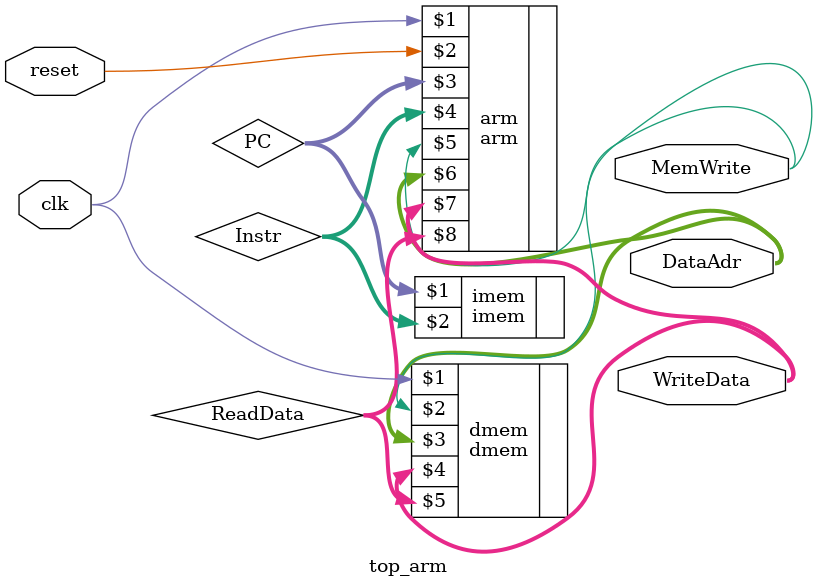
<source format=sv>
module top_arm(input logic clk, reset,
		output logic [31:0] WriteData, DataAdr,
		output logic MemWrite);

	
	logic [31:0] PC, Instr, ReadData;
	
	// instantiate processor and memories
	arm arm(clk, reset, PC, Instr, MemWrite, DataAdr,
				WriteData, ReadData);
				
	imem imem(PC, Instr);
	
	dmem dmem(clk, MemWrite, DataAdr, WriteData, ReadData);
	
endmodule
</source>
